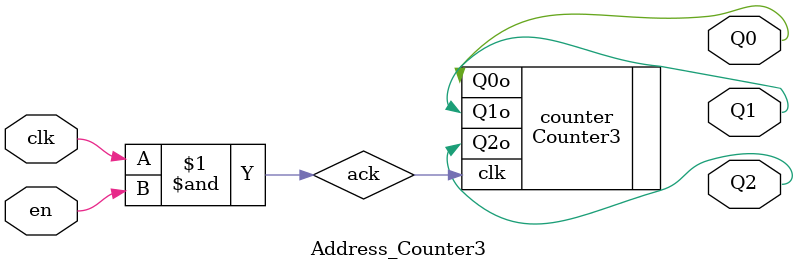
<source format=v>
module Address_Counter3(
    input clk,
    input en,
    output Q0,
    output Q1,
    output Q2
    );
    
    wire ack = clk & en; 
    
    Counter3 counter(.clk(ack), .Q0o(Q0), .Q1o(Q1), .Q2o(Q2));
endmodule
</source>
